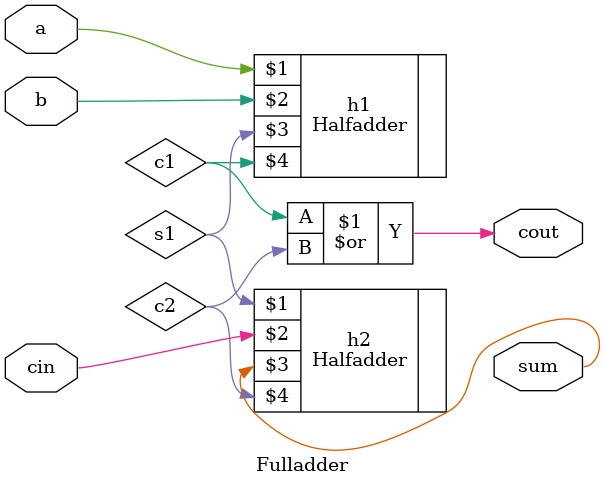
<source format=v>

module Fulladder(a,b,cin,sum,cout);
input a,b,cin;
output sum,cout;
wire s1,c1,c2;
Halfadder h1(a,b,s1,c1);
Halfadder h2(s1,cin,sum,c2);
or o1(cout,c1,c2);
endmodule

</source>
